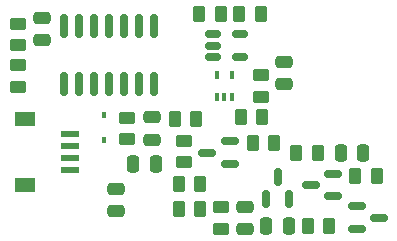
<source format=gbr>
%TF.GenerationSoftware,KiCad,Pcbnew,8.99.0-unknown-2123e2ca9c~177~ubuntu22.04.1*%
%TF.CreationDate,2024-04-04T17:44:23+09:00*%
%TF.ProjectId,SafePulse,53616665-5075-46c7-9365-2e6b69636164,V1.2.4*%
%TF.SameCoordinates,PX78d49e0PY49c7f08*%
%TF.FileFunction,Paste,Bot*%
%TF.FilePolarity,Positive*%
%FSLAX46Y46*%
G04 Gerber Fmt 4.6, Leading zero omitted, Abs format (unit mm)*
G04 Created by KiCad (PCBNEW 8.99.0-unknown-2123e2ca9c~177~ubuntu22.04.1) date 2024-04-04 17:44:23*
%MOMM*%
%LPD*%
G01*
G04 APERTURE LIST*
G04 Aperture macros list*
%AMRoundRect*
0 Rectangle with rounded corners*
0 $1 Rounding radius*
0 $2 $3 $4 $5 $6 $7 $8 $9 X,Y pos of 4 corners*
0 Add a 4 corners polygon primitive as box body*
4,1,4,$2,$3,$4,$5,$6,$7,$8,$9,$2,$3,0*
0 Add four circle primitives for the rounded corners*
1,1,$1+$1,$2,$3*
1,1,$1+$1,$4,$5*
1,1,$1+$1,$6,$7*
1,1,$1+$1,$8,$9*
0 Add four rect primitives between the rounded corners*
20,1,$1+$1,$2,$3,$4,$5,0*
20,1,$1+$1,$4,$5,$6,$7,0*
20,1,$1+$1,$6,$7,$8,$9,0*
20,1,$1+$1,$8,$9,$2,$3,0*%
G04 Aperture macros list end*
%ADD10RoundRect,0.250000X-0.262500X-0.450000X0.262500X-0.450000X0.262500X0.450000X-0.262500X0.450000X0*%
%ADD11RoundRect,0.150000X0.587500X0.150000X-0.587500X0.150000X-0.587500X-0.150000X0.587500X-0.150000X0*%
%ADD12RoundRect,0.250000X0.262500X0.450000X-0.262500X0.450000X-0.262500X-0.450000X0.262500X-0.450000X0*%
%ADD13RoundRect,0.250000X-0.250000X-0.475000X0.250000X-0.475000X0.250000X0.475000X-0.250000X0.475000X0*%
%ADD14RoundRect,0.250000X-0.475000X0.250000X-0.475000X-0.250000X0.475000X-0.250000X0.475000X0.250000X0*%
%ADD15RoundRect,0.250000X0.450000X-0.262500X0.450000X0.262500X-0.450000X0.262500X-0.450000X-0.262500X0*%
%ADD16RoundRect,0.250000X-0.450000X0.262500X-0.450000X-0.262500X0.450000X-0.262500X0.450000X0.262500X0*%
%ADD17R,0.450000X0.600000*%
%ADD18RoundRect,0.150000X-0.587500X-0.150000X0.587500X-0.150000X0.587500X0.150000X-0.587500X0.150000X0*%
%ADD19RoundRect,0.150000X0.150000X-0.587500X0.150000X0.587500X-0.150000X0.587500X-0.150000X-0.587500X0*%
%ADD20R,1.550000X0.600000*%
%ADD21R,1.800000X1.200000*%
%ADD22RoundRect,0.150000X0.150000X-0.825000X0.150000X0.825000X-0.150000X0.825000X-0.150000X-0.825000X0*%
%ADD23RoundRect,0.250000X0.250000X0.475000X-0.250000X0.475000X-0.250000X-0.475000X0.250000X-0.475000X0*%
%ADD24RoundRect,0.150000X-0.512500X-0.150000X0.512500X-0.150000X0.512500X0.150000X-0.512500X0.150000X0*%
%ADD25RoundRect,0.250000X0.475000X-0.250000X0.475000X0.250000X-0.475000X0.250000X-0.475000X-0.250000X0*%
%ADD26R,0.400000X0.650000*%
G04 APERTURE END LIST*
D10*
%TO.C,R21*%
X14437500Y2600000D03*
X16262500Y2600000D03*
%TD*%
%TO.C,R12*%
X14437500Y4650000D03*
X16262500Y4650000D03*
%TD*%
D11*
%TO.C,Q3*%
X27507500Y5545000D03*
X27507500Y3645000D03*
X25632500Y4595000D03*
%TD*%
D12*
%TO.C,R24*%
X18012500Y19100000D03*
X16187500Y19100000D03*
%TD*%
D13*
%TO.C,C23*%
X21850000Y1095000D03*
X23750000Y1095000D03*
%TD*%
D14*
%TO.C,C2*%
X2900000Y18750000D03*
X2900000Y16850000D03*
%TD*%
D13*
%TO.C,C24*%
X28170000Y7345000D03*
X30070000Y7345000D03*
%TD*%
D15*
%TO.C,R25*%
X14900000Y6537500D03*
X14900000Y8362500D03*
%TD*%
D16*
%TO.C,R22*%
X18050000Y2712500D03*
X18050000Y887500D03*
%TD*%
D17*
%TO.C,D1*%
X8100000Y10550000D03*
X8100000Y8450000D03*
%TD*%
D16*
%TO.C,R5*%
X820000Y18257500D03*
X820000Y16432500D03*
%TD*%
D14*
%TO.C,C22*%
X20050000Y2750000D03*
X20050000Y850000D03*
%TD*%
D18*
%TO.C,Q4*%
X29562500Y895000D03*
X29562500Y2795000D03*
X31437500Y1845000D03*
%TD*%
D10*
%TO.C,R20*%
X19687500Y10341000D03*
X21512500Y10341000D03*
%TD*%
D19*
%TO.C,Q2*%
X23770000Y3407500D03*
X21870000Y3407500D03*
X22820000Y5282500D03*
%TD*%
D12*
%TO.C,R23*%
X21412500Y19100000D03*
X19587500Y19100000D03*
%TD*%
D14*
%TO.C,C1*%
X12200000Y10350000D03*
X12200000Y8450000D03*
%TD*%
%TO.C,C4*%
X9150000Y4300000D03*
X9150000Y2400000D03*
%TD*%
D10*
%TO.C,R14*%
X20699500Y8150000D03*
X22524500Y8150000D03*
%TD*%
D20*
%TO.C,J2*%
X5275000Y5900000D03*
X5275000Y6900000D03*
X5275000Y7900000D03*
X5275000Y8900000D03*
D21*
X1450000Y4600000D03*
X1450000Y10200000D03*
%TD*%
D22*
%TO.C,U2*%
X12380000Y13125000D03*
X11110000Y13125000D03*
X9840000Y13125000D03*
X8570000Y13125000D03*
X7300000Y13125000D03*
X6030000Y13125000D03*
X4760000Y13125000D03*
X4760000Y18075000D03*
X6030000Y18075000D03*
X7300000Y18075000D03*
X8570000Y18075000D03*
X9840000Y18075000D03*
X11110000Y18075000D03*
X12380000Y18075000D03*
%TD*%
D23*
%TO.C,C27*%
X12520000Y6345000D03*
X10620000Y6345000D03*
%TD*%
D10*
%TO.C,R3*%
X14095500Y10182000D03*
X15920500Y10182000D03*
%TD*%
D16*
%TO.C,R4*%
X10100000Y10312500D03*
X10100000Y8487500D03*
%TD*%
D24*
%TO.C,U3*%
X17362500Y15450000D03*
X17362500Y16400000D03*
X17362500Y17350000D03*
X19637500Y17350000D03*
X19637500Y15450000D03*
%TD*%
D10*
%TO.C,R15*%
X29407500Y5345000D03*
X31232500Y5345000D03*
%TD*%
D11*
%TO.C,U1*%
X18757500Y8295000D03*
X18757500Y6395000D03*
X16882500Y7345000D03*
%TD*%
D12*
%TO.C,R16*%
X26232500Y7345000D03*
X24407500Y7345000D03*
%TD*%
D25*
%TO.C,C25*%
X23400000Y13115000D03*
X23400000Y15015000D03*
%TD*%
D15*
%TO.C,FB1*%
X820000Y12932500D03*
X820000Y14757500D03*
%TD*%
D16*
%TO.C,R27*%
X21400000Y13912500D03*
X21400000Y12087500D03*
%TD*%
D12*
%TO.C,R19*%
X27212500Y1095000D03*
X25387500Y1095000D03*
%TD*%
D26*
%TO.C,U33*%
X18950000Y12026000D03*
X18300000Y12026000D03*
X17650000Y12026000D03*
X17650000Y13926000D03*
X18950000Y13926000D03*
%TD*%
M02*

</source>
